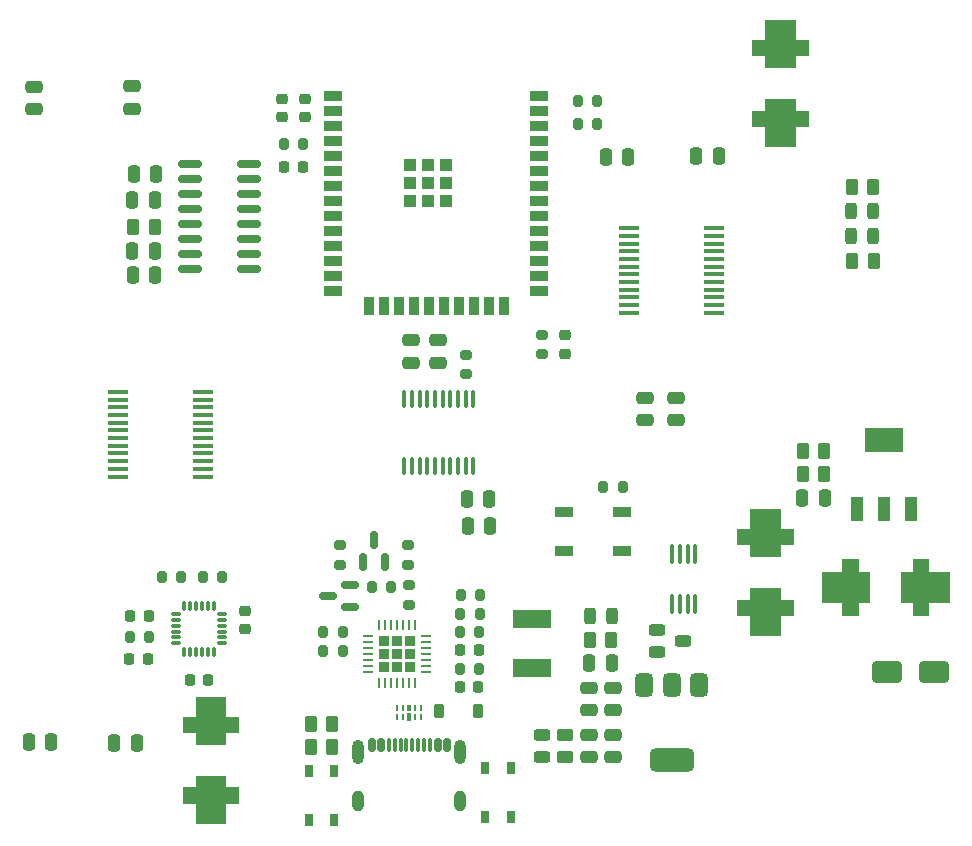
<source format=gtp>
G04 #@! TF.GenerationSoftware,KiCad,Pcbnew,9.0.2*
G04 #@! TF.CreationDate,2025-09-10T14:09:23+05:30*
G04 #@! TF.ProjectId,V2DesignESP32PCB,56324465-7369-4676-9e45-535033325043,rev?*
G04 #@! TF.SameCoordinates,Original*
G04 #@! TF.FileFunction,Paste,Top*
G04 #@! TF.FilePolarity,Positive*
%FSLAX46Y46*%
G04 Gerber Fmt 4.6, Leading zero omitted, Abs format (unit mm)*
G04 Created by KiCad (PCBNEW 9.0.2) date 2025-09-10 14:09:23*
%MOMM*%
%LPD*%
G01*
G04 APERTURE LIST*
G04 Aperture macros list*
%AMRoundRect*
0 Rectangle with rounded corners*
0 $1 Rounding radius*
0 $2 $3 $4 $5 $6 $7 $8 $9 X,Y pos of 4 corners*
0 Add a 4 corners polygon primitive as box body*
4,1,4,$2,$3,$4,$5,$6,$7,$8,$9,$2,$3,0*
0 Add four circle primitives for the rounded corners*
1,1,$1+$1,$2,$3*
1,1,$1+$1,$4,$5*
1,1,$1+$1,$6,$7*
1,1,$1+$1,$8,$9*
0 Add four rect primitives between the rounded corners*
20,1,$1+$1,$2,$3,$4,$5,0*
20,1,$1+$1,$4,$5,$6,$7,0*
20,1,$1+$1,$6,$7,$8,$9,0*
20,1,$1+$1,$8,$9,$2,$3,0*%
G04 Aperture macros list end*
%ADD10C,0.010000*%
%ADD11RoundRect,0.250000X-0.475000X0.250000X-0.475000X-0.250000X0.475000X-0.250000X0.475000X0.250000X0*%
%ADD12RoundRect,0.250000X0.262500X0.450000X-0.262500X0.450000X-0.262500X-0.450000X0.262500X-0.450000X0*%
%ADD13R,1.750000X0.450000*%
%ADD14RoundRect,0.250000X0.250000X0.475000X-0.250000X0.475000X-0.250000X-0.475000X0.250000X-0.475000X0*%
%ADD15RoundRect,0.200000X-0.275000X0.200000X-0.275000X-0.200000X0.275000X-0.200000X0.275000X0.200000X0*%
%ADD16RoundRect,0.200000X-0.200000X-0.275000X0.200000X-0.275000X0.200000X0.275000X-0.200000X0.275000X0*%
%ADD17RoundRect,0.225000X-0.225000X-0.250000X0.225000X-0.250000X0.225000X0.250000X-0.225000X0.250000X0*%
%ADD18R,3.200000X1.500000*%
%ADD19RoundRect,0.150000X-0.850000X-0.150000X0.850000X-0.150000X0.850000X0.150000X-0.850000X0.150000X0*%
%ADD20RoundRect,0.225000X0.225000X-0.225000X0.225000X0.225000X-0.225000X0.225000X-0.225000X-0.225000X0*%
%ADD21RoundRect,0.062500X0.062500X-0.337500X0.062500X0.337500X-0.062500X0.337500X-0.062500X-0.337500X0*%
%ADD22RoundRect,0.062500X0.337500X-0.062500X0.337500X0.062500X-0.337500X0.062500X-0.337500X-0.062500X0*%
%ADD23RoundRect,0.250000X-0.250000X-0.475000X0.250000X-0.475000X0.250000X0.475000X-0.250000X0.475000X0*%
%ADD24RoundRect,0.250000X-0.450000X-0.250000X0.450000X-0.250000X0.450000X0.250000X-0.450000X0.250000X0*%
%ADD25RoundRect,0.250000X0.475000X-0.250000X0.475000X0.250000X-0.475000X0.250000X-0.475000X-0.250000X0*%
%ADD26RoundRect,0.243750X0.243750X0.456250X-0.243750X0.456250X-0.243750X-0.456250X0.243750X-0.456250X0*%
%ADD27RoundRect,0.250000X-0.450000X0.262500X-0.450000X-0.262500X0.450000X-0.262500X0.450000X0.262500X0*%
%ADD28RoundRect,0.075000X-0.350000X-0.075000X0.350000X-0.075000X0.350000X0.075000X-0.350000X0.075000X0*%
%ADD29RoundRect,0.075000X0.075000X-0.350000X0.075000X0.350000X-0.075000X0.350000X-0.075000X-0.350000X0*%
%ADD30RoundRect,0.200000X0.200000X0.275000X-0.200000X0.275000X-0.200000X-0.275000X0.200000X-0.275000X0*%
%ADD31R,0.650000X1.050000*%
%ADD32RoundRect,0.100000X-0.100000X0.712500X-0.100000X-0.712500X0.100000X-0.712500X0.100000X0.712500X0*%
%ADD33RoundRect,0.100000X-0.100000X0.637500X-0.100000X-0.637500X0.100000X-0.637500X0.100000X0.637500X0*%
%ADD34RoundRect,0.243750X0.456250X-0.243750X0.456250X0.243750X-0.456250X0.243750X-0.456250X-0.243750X0*%
%ADD35RoundRect,0.225000X0.225000X0.250000X-0.225000X0.250000X-0.225000X-0.250000X0.225000X-0.250000X0*%
%ADD36RoundRect,0.250000X-0.262500X-0.450000X0.262500X-0.450000X0.262500X0.450000X-0.262500X0.450000X0*%
%ADD37RoundRect,0.225000X0.250000X-0.225000X0.250000X0.225000X-0.250000X0.225000X-0.250000X-0.225000X0*%
%ADD38RoundRect,0.200000X0.275000X-0.200000X0.275000X0.200000X-0.275000X0.200000X-0.275000X-0.200000X0*%
%ADD39RoundRect,0.150000X0.587500X0.150000X-0.587500X0.150000X-0.587500X-0.150000X0.587500X-0.150000X0*%
%ADD40RoundRect,0.225000X-0.250000X0.225000X-0.250000X-0.225000X0.250000X-0.225000X0.250000X0.225000X0*%
%ADD41RoundRect,0.150000X-0.150000X-0.425000X0.150000X-0.425000X0.150000X0.425000X-0.150000X0.425000X0*%
%ADD42RoundRect,0.075000X-0.075000X-0.500000X0.075000X-0.500000X0.075000X0.500000X-0.075000X0.500000X0*%
%ADD43O,1.000000X2.100000*%
%ADD44O,1.000000X1.800000*%
%ADD45R,0.250000X0.625000*%
%ADD46R,0.450000X0.700000*%
%ADD47R,0.450000X0.575000*%
%ADD48R,1.000000X2.150000*%
%ADD49R,3.250000X2.150000*%
%ADD50RoundRect,0.150000X0.150000X-0.587500X0.150000X0.587500X-0.150000X0.587500X-0.150000X-0.587500X0*%
%ADD51RoundRect,0.225000X0.225000X0.375000X-0.225000X0.375000X-0.225000X-0.375000X0.225000X-0.375000X0*%
%ADD52RoundRect,0.090000X-0.660000X-0.360000X0.660000X-0.360000X0.660000X0.360000X-0.660000X0.360000X0*%
%ADD53R,1.500000X0.900000*%
%ADD54R,0.900000X1.500000*%
%ADD55R,1.050000X1.050000*%
%ADD56RoundRect,0.375000X-0.375000X0.625000X-0.375000X-0.625000X0.375000X-0.625000X0.375000X0.625000X0*%
%ADD57RoundRect,0.500000X-1.400000X0.500000X-1.400000X-0.500000X1.400000X-0.500000X1.400000X0.500000X0*%
%ADD58RoundRect,0.250000X1.000000X0.650000X-1.000000X0.650000X-1.000000X-0.650000X1.000000X-0.650000X0*%
G04 APERTURE END LIST*
D10*
G04 #@! TO.C,C47*
X184450000Y-63200000D02*
X185550000Y-63200000D01*
X185550000Y-64500000D01*
X184450000Y-64500000D01*
X184450000Y-65500000D01*
X181950000Y-65500000D01*
X181950000Y-64500000D01*
X180850000Y-64500000D01*
X180850000Y-63200000D01*
X181950000Y-63200000D01*
X181950000Y-61500000D01*
X184450000Y-61500000D01*
X184450000Y-63200000D01*
G36*
X184450000Y-63200000D02*
G01*
X185550000Y-63200000D01*
X185550000Y-64500000D01*
X184450000Y-64500000D01*
X184450000Y-65500000D01*
X181950000Y-65500000D01*
X181950000Y-64500000D01*
X180850000Y-64500000D01*
X180850000Y-63200000D01*
X181950000Y-63200000D01*
X181950000Y-61500000D01*
X184450000Y-61500000D01*
X184450000Y-63200000D01*
G37*
X184450000Y-69200000D02*
X185550000Y-69200000D01*
X185550000Y-70500000D01*
X184450000Y-70500000D01*
X184450000Y-72200000D01*
X181950000Y-72200000D01*
X181950000Y-70500000D01*
X180850000Y-70500000D01*
X180850000Y-69200000D01*
X181950000Y-69200000D01*
X181950000Y-68200000D01*
X184450000Y-68200000D01*
X184450000Y-69200000D01*
G36*
X184450000Y-69200000D02*
G01*
X185550000Y-69200000D01*
X185550000Y-70500000D01*
X184450000Y-70500000D01*
X184450000Y-72200000D01*
X181950000Y-72200000D01*
X181950000Y-70500000D01*
X180850000Y-70500000D01*
X180850000Y-69200000D01*
X181950000Y-69200000D01*
X181950000Y-68200000D01*
X184450000Y-68200000D01*
X184450000Y-69200000D01*
G37*
G04 #@! TO.C,C30*
X183150000Y-104600000D02*
X184250000Y-104600000D01*
X184250000Y-105900000D01*
X183150000Y-105900000D01*
X183150000Y-106900000D01*
X180650000Y-106900000D01*
X180650000Y-105900000D01*
X179550000Y-105900000D01*
X179550000Y-104600000D01*
X180650000Y-104600000D01*
X180650000Y-102900000D01*
X183150000Y-102900000D01*
X183150000Y-104600000D01*
G36*
X183150000Y-104600000D02*
G01*
X184250000Y-104600000D01*
X184250000Y-105900000D01*
X183150000Y-105900000D01*
X183150000Y-106900000D01*
X180650000Y-106900000D01*
X180650000Y-105900000D01*
X179550000Y-105900000D01*
X179550000Y-104600000D01*
X180650000Y-104600000D01*
X180650000Y-102900000D01*
X183150000Y-102900000D01*
X183150000Y-104600000D01*
G37*
X183150000Y-110600000D02*
X184250000Y-110600000D01*
X184250000Y-111900000D01*
X183150000Y-111900000D01*
X183150000Y-113600000D01*
X180650000Y-113600000D01*
X180650000Y-111900000D01*
X179550000Y-111900000D01*
X179550000Y-110600000D01*
X180650000Y-110600000D01*
X180650000Y-109600000D01*
X183150000Y-109600000D01*
X183150000Y-110600000D01*
G36*
X183150000Y-110600000D02*
G01*
X184250000Y-110600000D01*
X184250000Y-111900000D01*
X183150000Y-111900000D01*
X183150000Y-113600000D01*
X180650000Y-113600000D01*
X180650000Y-111900000D01*
X179550000Y-111900000D01*
X179550000Y-110600000D01*
X180650000Y-110600000D01*
X180650000Y-109600000D01*
X183150000Y-109600000D01*
X183150000Y-110600000D01*
G37*
G04 #@! TO.C,C48*
X136200000Y-120500000D02*
X137300000Y-120500000D01*
X137300000Y-121800000D01*
X136200000Y-121800000D01*
X136200000Y-122800000D01*
X133700000Y-122800000D01*
X133700000Y-121800000D01*
X132600000Y-121800000D01*
X132600000Y-120500000D01*
X133700000Y-120500000D01*
X133700000Y-118800000D01*
X136200000Y-118800000D01*
X136200000Y-120500000D01*
G36*
X136200000Y-120500000D02*
G01*
X137300000Y-120500000D01*
X137300000Y-121800000D01*
X136200000Y-121800000D01*
X136200000Y-122800000D01*
X133700000Y-122800000D01*
X133700000Y-121800000D01*
X132600000Y-121800000D01*
X132600000Y-120500000D01*
X133700000Y-120500000D01*
X133700000Y-118800000D01*
X136200000Y-118800000D01*
X136200000Y-120500000D01*
G37*
X136200000Y-126500000D02*
X137300000Y-126500000D01*
X137300000Y-127800000D01*
X136200000Y-127800000D01*
X136200000Y-129500000D01*
X133700000Y-129500000D01*
X133700000Y-127800000D01*
X132600000Y-127800000D01*
X132600000Y-126500000D01*
X133700000Y-126500000D01*
X133700000Y-125500000D01*
X136200000Y-125500000D01*
X136200000Y-126500000D01*
G36*
X136200000Y-126500000D02*
G01*
X137300000Y-126500000D01*
X137300000Y-127800000D01*
X136200000Y-127800000D01*
X136200000Y-129500000D01*
X133700000Y-129500000D01*
X133700000Y-127800000D01*
X132600000Y-127800000D01*
X132600000Y-126500000D01*
X133700000Y-126500000D01*
X133700000Y-125500000D01*
X136200000Y-125500000D01*
X136200000Y-126500000D01*
G37*
G04 #@! TO.C,C29*
X189750000Y-108300000D02*
X190750000Y-108300000D01*
X190750000Y-110800000D01*
X189750000Y-110800000D01*
X189750000Y-111900000D01*
X188450000Y-111900000D01*
X188450000Y-110800000D01*
X186750000Y-110800000D01*
X186750000Y-108300000D01*
X188450000Y-108300000D01*
X188450000Y-107200000D01*
X189750000Y-107200000D01*
X189750000Y-108300000D01*
G36*
X189750000Y-108300000D02*
G01*
X190750000Y-108300000D01*
X190750000Y-110800000D01*
X189750000Y-110800000D01*
X189750000Y-111900000D01*
X188450000Y-111900000D01*
X188450000Y-110800000D01*
X186750000Y-110800000D01*
X186750000Y-108300000D01*
X188450000Y-108300000D01*
X188450000Y-107200000D01*
X189750000Y-107200000D01*
X189750000Y-108300000D01*
G37*
X195750000Y-108300000D02*
X197450000Y-108300000D01*
X197450000Y-110800000D01*
X195750000Y-110800000D01*
X195750000Y-111900000D01*
X194450000Y-111900000D01*
X194450000Y-110800000D01*
X193450000Y-110800000D01*
X193450000Y-108300000D01*
X194450000Y-108300000D01*
X194450000Y-107200000D01*
X195750000Y-107200000D01*
X195750000Y-108300000D01*
G36*
X195750000Y-108300000D02*
G01*
X197450000Y-108300000D01*
X197450000Y-110800000D01*
X195750000Y-110800000D01*
X195750000Y-111900000D01*
X194450000Y-111900000D01*
X194450000Y-110800000D01*
X193450000Y-110800000D01*
X193450000Y-108300000D01*
X194450000Y-108300000D01*
X194450000Y-107200000D01*
X195750000Y-107200000D01*
X195750000Y-108300000D01*
G37*
G04 #@! TD*
D11*
G04 #@! TO.C,C40*
X120000000Y-67200000D03*
X120000000Y-69100000D03*
G04 #@! TD*
D12*
G04 #@! TO.C,R19*
X186912500Y-98000000D03*
X185087500Y-98000000D03*
G04 #@! TD*
D13*
G04 #@! TO.C,U14*
X127100000Y-93025000D03*
X127100000Y-93675000D03*
X127100000Y-94325000D03*
X127100000Y-94975000D03*
X127100000Y-95625000D03*
X127100000Y-96275000D03*
X127100000Y-96925000D03*
X127100000Y-97575000D03*
X127100000Y-98225000D03*
X127100000Y-98875000D03*
X127100000Y-99525000D03*
X127100000Y-100175000D03*
X134300000Y-100175000D03*
X134300000Y-99525000D03*
X134300000Y-98875000D03*
X134300000Y-98225000D03*
X134300000Y-97575000D03*
X134300000Y-96925000D03*
X134300000Y-96275000D03*
X134300000Y-95625000D03*
X134300000Y-94975000D03*
X134300000Y-94325000D03*
X134300000Y-93675000D03*
X134300000Y-93025000D03*
G04 #@! TD*
D14*
G04 #@! TO.C,C54*
X130250000Y-76800000D03*
X128350000Y-76800000D03*
G04 #@! TD*
D15*
G04 #@! TO.C,R27*
X151800000Y-109400000D03*
X151800000Y-111050000D03*
G04 #@! TD*
D16*
G04 #@! TO.C,R14*
X128125000Y-113750000D03*
X129775000Y-113750000D03*
G04 #@! TD*
D17*
G04 #@! TO.C,C38*
X156125000Y-114900000D03*
X157675000Y-114900000D03*
G04 #@! TD*
D18*
G04 #@! TO.C,F1*
X162150000Y-116400000D03*
X162150000Y-112200000D03*
G04 #@! TD*
D14*
G04 #@! TO.C,C32*
X168950000Y-116000000D03*
X167050000Y-116000000D03*
G04 #@! TD*
D16*
G04 #@! TO.C,R21*
X156075000Y-113350000D03*
X157725000Y-113350000D03*
G04 #@! TD*
D19*
G04 #@! TO.C,U16*
X133250000Y-73680000D03*
X133250000Y-74950000D03*
X133250000Y-76220000D03*
X133250000Y-77490000D03*
X133250000Y-78760000D03*
X133250000Y-80030000D03*
X133250000Y-81300000D03*
X133250000Y-82570000D03*
X138250000Y-82570000D03*
X138250000Y-81300000D03*
X138250000Y-80030000D03*
X138250000Y-78760000D03*
X138250000Y-77490000D03*
X138250000Y-76220000D03*
X138250000Y-74950000D03*
X138250000Y-73680000D03*
G04 #@! TD*
D14*
G04 #@! TO.C,C57*
X130250000Y-81050000D03*
X128350000Y-81050000D03*
G04 #@! TD*
D20*
G04 #@! TO.C,U13*
X149630000Y-116320000D03*
X150750000Y-116320000D03*
X151870000Y-116320000D03*
X149630000Y-115200000D03*
X150750000Y-115200000D03*
X151870000Y-115200000D03*
X149630000Y-114080000D03*
X150750000Y-114080000D03*
X151870000Y-114080000D03*
D21*
X149250000Y-117650000D03*
X149750000Y-117650000D03*
X150250000Y-117650000D03*
X150750000Y-117650000D03*
X151250000Y-117650000D03*
X151750000Y-117650000D03*
X152250000Y-117650000D03*
D22*
X153200000Y-116700000D03*
X153200000Y-116200000D03*
X153200000Y-115700000D03*
X153200000Y-115200000D03*
X153200000Y-114700000D03*
X153200000Y-114200000D03*
X153200000Y-113700000D03*
D21*
X152250000Y-112750000D03*
X151750000Y-112750000D03*
X151250000Y-112750000D03*
X150750000Y-112750000D03*
X150250000Y-112750000D03*
X149750000Y-112750000D03*
X149250000Y-112750000D03*
D22*
X148300000Y-113700000D03*
X148300000Y-114200000D03*
X148300000Y-114700000D03*
X148300000Y-115200000D03*
X148300000Y-115700000D03*
X148300000Y-116200000D03*
X148300000Y-116700000D03*
G04 #@! TD*
D11*
G04 #@! TO.C,C12*
X151900000Y-88650000D03*
X151900000Y-90550000D03*
G04 #@! TD*
D23*
G04 #@! TO.C,C53*
X128450000Y-74600000D03*
X130350000Y-74600000D03*
G04 #@! TD*
D24*
G04 #@! TO.C,Q1*
X172750000Y-113150000D03*
X172750000Y-115050000D03*
X174950000Y-114100000D03*
G04 #@! TD*
D25*
G04 #@! TO.C,C36*
X169000000Y-123950000D03*
X169000000Y-122050000D03*
G04 #@! TD*
D26*
G04 #@! TO.C,D5*
X168937500Y-112000000D03*
X167062500Y-112000000D03*
G04 #@! TD*
D27*
G04 #@! TO.C,R17*
X165000000Y-122087500D03*
X165000000Y-123912500D03*
G04 #@! TD*
D28*
G04 #@! TO.C,U6*
X132050000Y-111800000D03*
X132050000Y-112300000D03*
X132050000Y-112800000D03*
X132050000Y-113300000D03*
X132050000Y-113800000D03*
X132050000Y-114300000D03*
D29*
X132750000Y-115000000D03*
X133250000Y-115000000D03*
X133750000Y-115000000D03*
X134250000Y-115000000D03*
X134750000Y-115000000D03*
X135250000Y-115000000D03*
D28*
X135950000Y-114300000D03*
X135950000Y-113800000D03*
X135950000Y-113300000D03*
X135950000Y-112800000D03*
X135950000Y-112300000D03*
X135950000Y-111800000D03*
D29*
X135250000Y-111100000D03*
X134750000Y-111100000D03*
X134250000Y-111100000D03*
X133750000Y-111100000D03*
X133250000Y-111100000D03*
X132750000Y-111100000D03*
G04 #@! TD*
D30*
G04 #@! TO.C,R26*
X146175000Y-113300000D03*
X144525000Y-113300000D03*
G04 #@! TD*
D31*
G04 #@! TO.C,SW1*
X143275000Y-129225000D03*
X143275000Y-125075000D03*
X145425000Y-129225000D03*
X145425000Y-125075000D03*
G04 #@! TD*
D32*
G04 #@! TO.C,U11*
X176000000Y-106775000D03*
X175350000Y-106775000D03*
X174700000Y-106775000D03*
X174050000Y-106775000D03*
X174050000Y-111000000D03*
X174700000Y-111000000D03*
X175350000Y-111000000D03*
X176000000Y-111000000D03*
G04 #@! TD*
D23*
G04 #@! TO.C,C55*
X128400000Y-83150000D03*
X130300000Y-83150000D03*
G04 #@! TD*
D12*
G04 #@! TO.C,R2*
X145262500Y-121100000D03*
X143437500Y-121100000D03*
G04 #@! TD*
D33*
G04 #@! TO.C,U8*
X157225000Y-93587500D03*
X156575000Y-93587500D03*
X155925000Y-93587500D03*
X155275000Y-93587500D03*
X154625000Y-93587500D03*
X153975000Y-93587500D03*
X153325000Y-93587500D03*
X152675000Y-93587500D03*
X152025000Y-93587500D03*
X151375000Y-93587500D03*
X151375000Y-99312500D03*
X152025000Y-99312500D03*
X152675000Y-99312500D03*
X153325000Y-99312500D03*
X153975000Y-99312500D03*
X154625000Y-99312500D03*
X155275000Y-99312500D03*
X155925000Y-99312500D03*
X156575000Y-99312500D03*
X157225000Y-99312500D03*
G04 #@! TD*
D11*
G04 #@! TO.C,C39*
X128300000Y-67150000D03*
X128300000Y-69050000D03*
G04 #@! TD*
D16*
G04 #@! TO.C,R5*
X166050000Y-70350000D03*
X167700000Y-70350000D03*
G04 #@! TD*
D11*
G04 #@! TO.C,C2*
X174350000Y-93500000D03*
X174350000Y-95400000D03*
G04 #@! TD*
D16*
G04 #@! TO.C,R4*
X166050000Y-68350000D03*
X167700000Y-68350000D03*
G04 #@! TD*
D34*
G04 #@! TO.C,D4*
X163000000Y-123937500D03*
X163000000Y-122062500D03*
G04 #@! TD*
D11*
G04 #@! TO.C,C35*
X167000000Y-118050000D03*
X167000000Y-119950000D03*
G04 #@! TD*
D35*
G04 #@! TO.C,C49*
X142775000Y-74000000D03*
X141225000Y-74000000D03*
G04 #@! TD*
G04 #@! TO.C,C25*
X129650000Y-115650000D03*
X128100000Y-115650000D03*
G04 #@! TD*
D16*
G04 #@! TO.C,R13*
X168225000Y-101100000D03*
X169875000Y-101100000D03*
G04 #@! TD*
D36*
G04 #@! TO.C,R37*
X189237500Y-75650000D03*
X191062500Y-75650000D03*
G04 #@! TD*
D23*
G04 #@! TO.C,C44*
X176100000Y-73000000D03*
X178000000Y-73000000D03*
G04 #@! TD*
D11*
G04 #@! TO.C,C1*
X171750000Y-93500000D03*
X171750000Y-95400000D03*
G04 #@! TD*
D37*
G04 #@! TO.C,C52*
X143000000Y-69775000D03*
X143000000Y-68225000D03*
G04 #@! TD*
D30*
G04 #@! TO.C,R15*
X132475000Y-108700000D03*
X130825000Y-108700000D03*
G04 #@! TD*
G04 #@! TO.C,R22*
X157700000Y-116450000D03*
X156050000Y-116450000D03*
G04 #@! TD*
D31*
G04 #@! TO.C,SW2*
X158225000Y-128975000D03*
X158225000Y-124825000D03*
X160375000Y-128975000D03*
X160375000Y-124825000D03*
G04 #@! TD*
D38*
G04 #@! TO.C,R30*
X151700000Y-107650000D03*
X151700000Y-106000000D03*
G04 #@! TD*
D17*
G04 #@! TO.C,C37*
X156100000Y-118000000D03*
X157650000Y-118000000D03*
G04 #@! TD*
D16*
G04 #@! TO.C,R24*
X156150000Y-110200000D03*
X157800000Y-110200000D03*
G04 #@! TD*
D17*
G04 #@! TO.C,C28*
X133225000Y-117400000D03*
X134775000Y-117400000D03*
G04 #@! TD*
D23*
G04 #@! TO.C,C11*
X156750000Y-104350000D03*
X158650000Y-104350000D03*
G04 #@! TD*
D36*
G04 #@! TO.C,R18*
X185087500Y-100000000D03*
X186912500Y-100000000D03*
G04 #@! TD*
D35*
G04 #@! TO.C,C26*
X129725000Y-111950000D03*
X128175000Y-111950000D03*
G04 #@! TD*
D39*
G04 #@! TO.C,Q4*
X146787500Y-111237500D03*
X146787500Y-109337500D03*
X144912500Y-110287500D03*
G04 #@! TD*
D14*
G04 #@! TO.C,C41*
X121500000Y-122650000D03*
X119600000Y-122650000D03*
G04 #@! TD*
D15*
G04 #@! TO.C,R9*
X156600000Y-89875000D03*
X156600000Y-91525000D03*
G04 #@! TD*
D30*
G04 #@! TO.C,R31*
X142825000Y-72000000D03*
X141175000Y-72000000D03*
G04 #@! TD*
D40*
G04 #@! TO.C,C27*
X137900000Y-111575000D03*
X137900000Y-113125000D03*
G04 #@! TD*
D30*
G04 #@! TO.C,R23*
X157750000Y-111800000D03*
X156100000Y-111800000D03*
G04 #@! TD*
D41*
G04 #@! TO.C,JUSB1*
X148600000Y-122910000D03*
X149400000Y-122910000D03*
D42*
X150550000Y-122910000D03*
X151550000Y-122910000D03*
X152050000Y-122910000D03*
X153050000Y-122910000D03*
D41*
X154200000Y-122910000D03*
X155000000Y-122910000D03*
X155000000Y-122910000D03*
X154200000Y-122910000D03*
D42*
X153550000Y-122910000D03*
X152550000Y-122910000D03*
X151050000Y-122910000D03*
X150050000Y-122910000D03*
D41*
X149400000Y-122910000D03*
X148600000Y-122910000D03*
D43*
X147480000Y-123485000D03*
D44*
X147480000Y-127665000D03*
D43*
X156120000Y-123485000D03*
D44*
X156120000Y-127665000D03*
G04 #@! TD*
D45*
G04 #@! TO.C,U2*
X150750000Y-120575000D03*
X151250000Y-120575000D03*
D46*
X151750000Y-120537500D03*
D45*
X152250000Y-120575000D03*
X152750000Y-120575000D03*
X152750000Y-119800000D03*
X152250000Y-119800000D03*
D47*
X151750000Y-119775000D03*
D45*
X151250000Y-119800000D03*
X150750000Y-119800000D03*
G04 #@! TD*
D30*
G04 #@! TO.C,R25*
X146175000Y-114950000D03*
X144525000Y-114950000D03*
G04 #@! TD*
D38*
G04 #@! TO.C,R29*
X145950000Y-107650000D03*
X145950000Y-106000000D03*
G04 #@! TD*
D48*
G04 #@! TO.C,U10*
X189700000Y-102900000D03*
X192000000Y-102900000D03*
X194300000Y-102900000D03*
D49*
X192000000Y-97100000D03*
G04 #@! TD*
D36*
G04 #@! TO.C,R20*
X167087500Y-114000000D03*
X168912500Y-114000000D03*
G04 #@! TD*
D25*
G04 #@! TO.C,C34*
X167000000Y-123950000D03*
X167000000Y-122050000D03*
G04 #@! TD*
D12*
G04 #@! TO.C,R1*
X145262500Y-123100000D03*
X143437500Y-123100000D03*
G04 #@! TD*
D23*
G04 #@! TO.C,C42*
X126800000Y-122700000D03*
X128700000Y-122700000D03*
G04 #@! TD*
D15*
G04 #@! TO.C,R32*
X163000000Y-88175000D03*
X163000000Y-89825000D03*
G04 #@! TD*
D26*
G04 #@! TO.C,D7*
X191087500Y-79800000D03*
X189212500Y-79800000D03*
G04 #@! TD*
D16*
G04 #@! TO.C,R28*
X148625000Y-109525000D03*
X150275000Y-109525000D03*
G04 #@! TD*
D50*
G04 #@! TO.C,Q5*
X147850000Y-107450000D03*
X149750000Y-107450000D03*
X148800000Y-105575000D03*
G04 #@! TD*
D16*
G04 #@! TO.C,R16*
X134300000Y-108650000D03*
X135950000Y-108650000D03*
G04 #@! TD*
D36*
G04 #@! TO.C,R35*
X128437500Y-79050000D03*
X130262500Y-79050000D03*
G04 #@! TD*
D13*
G04 #@! TO.C,U15*
X177600000Y-86300000D03*
X177600000Y-85650000D03*
X177600000Y-85000000D03*
X177600000Y-84350000D03*
X177600000Y-83700000D03*
X177600000Y-83050000D03*
X177600000Y-82400000D03*
X177600000Y-81750000D03*
X177600000Y-81100000D03*
X177600000Y-80450000D03*
X177600000Y-79800000D03*
X177600000Y-79150000D03*
X170400000Y-79150000D03*
X170400000Y-79800000D03*
X170400000Y-80450000D03*
X170400000Y-81100000D03*
X170400000Y-81750000D03*
X170400000Y-82400000D03*
X170400000Y-83050000D03*
X170400000Y-83700000D03*
X170400000Y-84350000D03*
X170400000Y-85000000D03*
X170400000Y-85650000D03*
X170400000Y-86300000D03*
G04 #@! TD*
D25*
G04 #@! TO.C,C5*
X154200000Y-90550000D03*
X154200000Y-88650000D03*
G04 #@! TD*
D51*
G04 #@! TO.C,D6*
X157650000Y-120000000D03*
X154350000Y-120000000D03*
G04 #@! TD*
D14*
G04 #@! TO.C,C43*
X170350000Y-73150000D03*
X168450000Y-73150000D03*
G04 #@! TD*
D52*
G04 #@! TO.C,D1*
X164900000Y-103150000D03*
X164900000Y-106450000D03*
X169800000Y-106450000D03*
X169800000Y-103150000D03*
G04 #@! TD*
D37*
G04 #@! TO.C,C51*
X141000000Y-69775000D03*
X141000000Y-68225000D03*
G04 #@! TD*
D14*
G04 #@! TO.C,C10*
X158550000Y-102100000D03*
X156650000Y-102100000D03*
G04 #@! TD*
D36*
G04 #@! TO.C,R36*
X189287500Y-81900000D03*
X191112500Y-81900000D03*
G04 #@! TD*
D53*
G04 #@! TO.C,U18*
X145305000Y-67985000D03*
X145305000Y-69255000D03*
X145305000Y-70525000D03*
X145305000Y-71795000D03*
X145305000Y-73065000D03*
X145305000Y-74335000D03*
X145305000Y-75605000D03*
X145305000Y-76875000D03*
X145305000Y-78145000D03*
X145305000Y-79415000D03*
X145305000Y-80685000D03*
X145305000Y-81955000D03*
X145305000Y-83225000D03*
X145305000Y-84495000D03*
D54*
X148345000Y-85745000D03*
X149615000Y-85745000D03*
X150885000Y-85745000D03*
X152155000Y-85745000D03*
X153425000Y-85745000D03*
X154695000Y-85745000D03*
X155965000Y-85745000D03*
X157235000Y-85745000D03*
X158505000Y-85745000D03*
X159775000Y-85745000D03*
D53*
X162805000Y-84495000D03*
X162805000Y-83225000D03*
X162805000Y-81955000D03*
X162805000Y-80685000D03*
X162805000Y-79415000D03*
X162805000Y-78145000D03*
X162805000Y-76875000D03*
X162805000Y-75605000D03*
X162805000Y-74335000D03*
X162805000Y-73065000D03*
X162805000Y-71795000D03*
X162805000Y-70525000D03*
X162805000Y-69255000D03*
X162805000Y-67985000D03*
D55*
X151850000Y-73800000D03*
X151850000Y-75325000D03*
X151850000Y-76850000D03*
X153375000Y-73800000D03*
X153375000Y-75325000D03*
X153375000Y-76850000D03*
X154900000Y-73800000D03*
X154900000Y-75325000D03*
X154900000Y-76850000D03*
G04 #@! TD*
D56*
G04 #@! TO.C,U12*
X176300000Y-117850000D03*
X174000000Y-117850000D03*
D57*
X174000000Y-124150000D03*
D56*
X171700000Y-117850000D03*
G04 #@! TD*
D58*
G04 #@! TO.C,D3*
X196200000Y-116700000D03*
X192200000Y-116700000D03*
G04 #@! TD*
D26*
G04 #@! TO.C,D8*
X191087500Y-77700000D03*
X189212500Y-77700000D03*
G04 #@! TD*
D40*
G04 #@! TO.C,C50*
X165000000Y-88225000D03*
X165000000Y-89775000D03*
G04 #@! TD*
D11*
G04 #@! TO.C,C33*
X169000000Y-118050000D03*
X169000000Y-119950000D03*
G04 #@! TD*
D23*
G04 #@! TO.C,C31*
X185050000Y-102000000D03*
X186950000Y-102000000D03*
G04 #@! TD*
M02*

</source>
